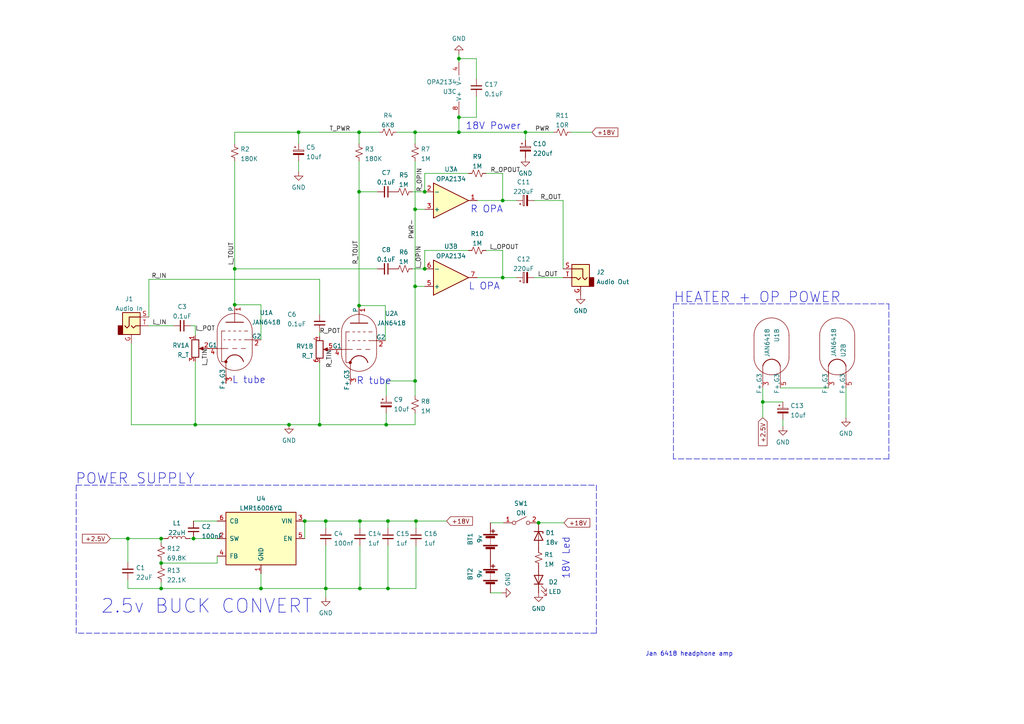
<source format=kicad_sch>
(kicad_sch (version 20211123) (generator eeschema)
  (paper "A4")
  (lib_symbols
    (symbol "Amplifier_Operational:OPA2134" (pin_names (offset 0.127))
      (property "Reference" "U" (at 0 5.08 0))
      (property "Value" "OPA2134" (at 0 -5.08 0))
      (symbol "OPA2134_1_1"
        (polyline (pts (xy -5.08 5.08) (xy 5.08 0) (xy -5.08 -5.08) (xy -5.08 5.08)) (stroke (width 0.254)) (fill (type background)))
        (pin output line (at 7.62 0 180) (length 2.54) (name "~") (number "1"))
        (pin input line (at -7.62 -2.54 0) (length 2.54) (name "-") (number "2"))
        (pin input line (at -7.62 2.54 0) (length 2.54) (name "+") (number "3"))
      )
      (symbol "OPA2134_2_1"
        (polyline (pts (xy -5.08 5.08) (xy 5.08 0) (xy -5.08 -5.08) (xy -5.08 5.08)) (stroke (width 0.254)) (fill (type background)))
        (pin input line (at -7.62 2.54 0) (length 2.54) (name "+") (number "5"))
        (pin input line (at -7.62 -2.54 0) (length 2.54) (name "-") (number "6"))
        (pin output line (at 7.62 0 180) (length 2.54) (name "~") (number "7"))
      )
      (symbol "OPA2134_3_1"
        (pin power_in line (at -2.54 -7.62 90) (length 3.81) (name "V-") (number "4"))
        (pin power_in line (at -2.54 7.62 270) (length 3.81) (name "V+") (number "8"))
      )
    )
    (symbol "Connector:AudioJack2_Ground"
      (property "Reference" "J" (at 0 8.89 0))
      (property "Value" "AudioJack2_Ground" (at 0 6.35 0))
      (symbol "AudioJack2_Ground_0_1"
        (rectangle (start -2.54 -2.54) (end -3.81 0) (stroke (width 0.254)) (fill (type outline)))
        (polyline (pts (xy 0 0) (xy 0.635 -0.635) (xy 1.27 0) (xy 2.54 0)) (stroke (width 0.254)))
        (polyline (pts (xy 2.54 2.54) (xy -0.635 2.54) (xy -0.635 0) (xy -1.27 -0.635) (xy -1.905 0)) (stroke (width 0.254)))
        (rectangle (start 2.54 3.81) (end -2.54 -2.54) (stroke (width 0.254)) (fill (type background)))
      )
      (symbol "AudioJack2_Ground_1_1"
        (pin passive line (at 0 -5.08 90) (length 2.54) (name "~") (number "G"))
        (pin passive line (at 5.08 2.54 180) (length 2.54) (name "~") (number "S"))
        (pin passive line (at 5.08 0 180) (length 2.54) (name "~") (number "T"))
      )
    )
    (symbol "Device:Battery" (pin_numbers hide) (pin_names (offset 0) hide)
      (property "Reference" "BT" (at 2.54 2.54 0))
      (property "Value" "Battery" (at 2.54 0 0))
      (symbol "Battery_0_1"
        (rectangle (start -2.032 -1.397) (end 2.032 -1.651) (fill (type outline)))
        (rectangle (start -2.032 1.778) (end 2.032 1.524) (fill (type outline)))
        (rectangle (start -1.3208 -1.9812) (end 1.27 -2.4892) (fill (type outline)))
        (rectangle (start -1.3208 1.1938) (end 1.27 0.6858) (fill (type outline)))
        (polyline (pts (xy 0 -1.524) (xy 0 -1.27)))
        (polyline (pts (xy 0 -1.016) (xy 0 -0.762)))
        (polyline (pts (xy 0 -0.508) (xy 0 -0.254)))
        (polyline (pts (xy 0 0) (xy 0 0.254)))
        (polyline (pts (xy 0 0.508) (xy 0 0.762)))
        (polyline (pts (xy 0 1.778) (xy 0 2.54)))
        (polyline (pts (xy 0.254 2.667) (xy 1.27 2.667)) (stroke (width 0.254)))
        (polyline (pts (xy 0.762 3.175) (xy 0.762 2.159)) (stroke (width 0.254)))
      )
      (symbol "Battery_1_1"
        (pin passive line (at 0 5.08 270) (length 2.54) (name "+") (number "1"))
        (pin passive line (at 0 -5.08 90) (length 2.54) (name "-") (number "2"))
      )
    )
    (symbol "Device:C_Polarized_Small" (pin_numbers hide) (pin_names (offset 0.254) hide)
      (property "Reference" "C" (at 0.254 1.778 0))
      (property "Value" "C_Polarized_Small" (at 0.254 -2.032 0))
      (symbol "C_Polarized_Small_0_1"
        (rectangle (start -1.524 -0.3048) (end 1.524 -0.6858) (fill (type outline)))
        (rectangle (start -1.524 0.6858) (end 1.524 0.3048))
        (polyline (pts (xy -1.27 1.524) (xy -0.762 1.524)))
        (polyline (pts (xy -1.016 1.27) (xy -1.016 1.778)))
      )
      (symbol "C_Polarized_Small_1_1"
        (pin passive line (at 0 2.54 270) (length 1.8542) (name "~") (number "1"))
        (pin passive line (at 0 -2.54 90) (length 1.8542) (name "~") (number "2"))
      )
    )
    (symbol "Device:C_Small" (pin_numbers hide) (pin_names (offset 0.254) hide)
      (property "Reference" "C" (at 0.254 1.778 0))
      (property "Value" "C_Small" (at 0.254 -2.032 0))
      (symbol "C_Small_0_1"
        (polyline (pts (xy -1.524 -0.508) (xy 1.524 -0.508)) (stroke (width 0.3302)))
        (polyline (pts (xy -1.524 0.508) (xy 1.524 0.508)) (stroke (width 0.3048)))
      )
      (symbol "C_Small_1_1"
        (pin passive line (at 0 2.54 270) (length 2.032) (name "~") (number "1"))
        (pin passive line (at 0 -2.54 90) (length 2.032) (name "~") (number "2"))
      )
    )
    (symbol "Device:D_Zener" (pin_numbers hide) (pin_names (offset 1.016) hide)
      (property "Reference" "D" (at 0 2.54 0))
      (property "Value" "D_Zener" (at 0 -2.54 0))
      (symbol "D_Zener_0_1"
        (polyline (pts (xy 1.27 0) (xy -1.27 0)))
        (polyline (pts (xy -1.27 -1.27) (xy -1.27 1.27) (xy -0.762 1.27)) (stroke (width 0.254)))
        (polyline (pts (xy 1.27 -1.27) (xy 1.27 1.27) (xy -1.27 0) (xy 1.27 -1.27)) (stroke (width 0.254)))
      )
      (symbol "D_Zener_1_1"
        (pin passive line (at -3.81 0 0) (length 2.54) (name "K") (number "1"))
        (pin passive line (at 3.81 0 180) (length 2.54) (name "A") (number "2"))
      )
    )
    (symbol "Device:L" (pin_numbers hide) (pin_names (offset 1.016) hide)
      (property "Reference" "L" (at -1.27 0 90))
      (property "Value" "L" (at 1.905 0 90))
      (symbol "L_0_1"
        (arc (start 0 -2.54) (mid 0.635 -1.905) (end 0 -1.27))
        (arc (start 0 -1.27) (mid 0.635 -0.635) (end 0 0))
        (arc (start 0 0) (mid 0.635 0.635) (end 0 1.27))
        (arc (start 0 1.27) (mid 0.635 1.905) (end 0 2.54))
      )
      (symbol "L_1_1"
        (pin passive line (at 0 3.81 270) (length 1.27) (name "1") (number "1"))
        (pin passive line (at 0 -3.81 90) (length 1.27) (name "2") (number "2"))
      )
    )
    (symbol "Device:LED" (pin_numbers hide) (pin_names (offset 1.016) hide)
      (property "Reference" "D" (at 0 2.54 0))
      (property "Value" "LED" (at 0 -2.54 0))
      (symbol "LED_0_1"
        (polyline (pts (xy -1.27 -1.27) (xy -1.27 1.27)) (stroke (width 0.254)))
        (polyline (pts (xy -1.27 0) (xy 1.27 0)))
        (polyline (pts (xy 1.27 -1.27) (xy 1.27 1.27) (xy -1.27 0) (xy 1.27 -1.27)) (stroke (width 0.254)))
        (polyline (pts (xy -3.048 -0.762) (xy -4.572 -2.286) (xy -3.81 -2.286) (xy -4.572 -2.286) (xy -4.572 -1.524)))
        (polyline (pts (xy -1.778 -0.762) (xy -3.302 -2.286) (xy -2.54 -2.286) (xy -3.302 -2.286) (xy -3.302 -1.524)))
      )
      (symbol "LED_1_1"
        (pin passive line (at -3.81 0 0) (length 2.54) (name "K") (number "1"))
        (pin passive line (at 3.81 0 180) (length 2.54) (name "A") (number "2"))
      )
    )
    (symbol "Device:R_Potentiometer_Dual_Separate" (pin_names (offset 1.016) hide)
      (property "Reference" "RV" (at -4.445 0 90))
      (property "Value" "R_Potentiometer_Dual_Separate" (at -2.54 0 90))
      (symbol "R_Potentiometer_Dual_Separate_0_1"
        (polyline (pts (xy 2.54 0) (xy 1.524 0)))
        (polyline (pts (xy 1.143 0) (xy 2.286 0.508) (xy 2.286 -0.508) (xy 1.143 0)) (fill (type outline)))
        (rectangle (start 1.016 2.54) (end -1.016 -2.54) (stroke (width 0.254)))
      )
      (symbol "R_Potentiometer_Dual_Separate_1_1"
        (pin passive line (at 0 3.81 270) (length 1.27) (name "1") (number "1"))
        (pin passive line (at 3.81 0 180) (length 1.27) (name "2") (number "2"))
        (pin passive line (at 0 -3.81 90) (length 1.27) (name "3") (number "3"))
      )
      (symbol "R_Potentiometer_Dual_Separate_2_1"
        (pin passive line (at 0 3.81 270) (length 1.27) (name "4") (number "4"))
        (pin passive line (at 3.81 0 180) (length 1.27) (name "5") (number "5"))
        (pin passive line (at 0 -3.81 90) (length 1.27) (name "6") (number "6"))
      )
    )
    (symbol "Device:R_Small_US" (pin_numbers hide) (pin_names (offset 0.254) hide)
      (property "Reference" "R" (at 0.762 0.508 0))
      (property "Value" "R_Small_US" (at 0.762 -1.016 0))
      (symbol "R_Small_US_1_1"
        (polyline (pts (xy 0 0) (xy 1.016 -0.381) (xy 0 -0.762) (xy -1.016 -1.143) (xy 0 -1.524)))
        (polyline (pts (xy 0 1.524) (xy 1.016 1.143) (xy 0 0.762) (xy -1.016 0.381) (xy 0 0)))
        (pin passive line (at 0 2.54 270) (length 1.016) (name "~") (number "1"))
        (pin passive line (at 0 -2.54 90) (length 1.016) (name "~") (number "2"))
      )
    )
    (symbol "Regulator_Switching:LMR16006YQ" (pin_names (offset 1.016))
      (property "Reference" "U?" (at 0 11.5865 0))
      (property "Value" "LMR16006YQ" (at 0 8.8114 0))
      (symbol "LMR16006YQ_0_1"
        (rectangle (start -10.16 7.62) (end 10.16 -7.62) (stroke (width 0.254)) (fill (type background)))
      )
      (symbol "LMR16006YQ_1_1"
        (pin power_in line (at 0 -10.16 90) (length 2.54) (name "GND") (number "1"))
        (pin output line (at 12.7 0 180) (length 2.54) (name "SW") (number "2"))
        (pin power_in line (at -12.7 5.08 0) (length 2.54) (name "VIN") (number "3"))
        (pin input line (at 12.7 -5.08 180) (length 2.54) (name "FB") (number "4"))
        (pin input line (at -12.7 0 0) (length 2.54) (name "EN") (number "5"))
        (pin input line (at 12.7 5.08 180) (length 2.54) (name "CB") (number "6"))
      )
    )
    (symbol "Switch:SW_SPST" (pin_names (offset 0) hide)
      (property "Reference" "SW" (at 0 3.175 0))
      (property "Value" "SW_SPST" (at 0 -2.54 0))
      (symbol "SW_SPST_0_0"
        (circle (center -2.032 0) (radius 0.508))
        (polyline (pts (xy -1.524 0.254) (xy 1.524 1.778)))
        (circle (center 2.032 0) (radius 0.508))
      )
      (symbol "SW_SPST_1_1"
        (pin passive line (at -5.08 0 0) (length 2.54) (name "A") (number "1"))
        (pin passive line (at 5.08 0 180) (length 2.54) (name "B") (number "2"))
      )
    )
    (symbol "Valve:JAN6418" (pin_names (offset 0))
      (property "Reference" "U" (at 6.096 10.16 0))
      (property "Value" "JAN6418" (at 8.128 8.382 0))
      (symbol "JAN6418_0_1"
        (arc (start -5.08 -1.27) (mid 0 -6.35) (end 5.08 -1.27))
        (polyline (pts (xy -2.54 -7.62) (xy -2.54 -3.81)))
        (polyline (pts (xy -5.08 5.08) (xy -5.08 -1.27) (xy -5.08 -1.27)))
        (polyline (pts (xy 5.08 -1.27) (xy 5.08 5.08) (xy 5.08 5.08)))
        (arc (start 2.54 -3.81) (mid 0 -1.8268) (end -2.54 -3.81) (stroke (width 0.254)))
        (arc (start 5.08 5.08) (mid 0 10.16) (end -5.08 5.08))
        (pin power_in line (at -2.54 -10.16 90) (length 2.54) (name "F+,G3") (number "3"))
      )
      (symbol "JAN6418_1_0"
        (polyline (pts (xy -5.08 0) (xy -3.175 0)))
        (polyline (pts (xy -0.635 0) (xy 0.635 0)) (stroke (width 0.1524)))
        (polyline (pts (xy 0 7.62) (xy 0 10.16)))
        (polyline (pts (xy 1.905 0) (xy 3.175 0)) (stroke (width 0.1524)))
        (polyline (pts (xy 3.175 2.54) (xy 5.08 2.54)))
      )
      (symbol "JAN6418_1_1"
        (circle (center -2.54 -3.81) (radius 0.3556) (fill (type outline)))
        (polyline (pts (xy -3.81 5.08) (xy -2.794 5.08)) (stroke (width 0.1524)))
        (polyline (pts (xy -3.175 2.54) (xy -2.794 2.54)) (stroke (width 0.1524)))
        (polyline (pts (xy -1.905 0) (xy -3.175 0)) (stroke (width 0.1524)))
        (polyline (pts (xy -1.8542 2.54) (xy -1.2192 2.54)) (stroke (width 0.1524)))
        (polyline (pts (xy -1.8542 5.08) (xy -1.2192 5.08)) (stroke (width 0.1524)))
        (polyline (pts (xy -0.3302 2.54) (xy 0.3302 2.54)) (stroke (width 0.1524)))
        (polyline (pts (xy -0.3302 5.08) (xy 0.3302 5.08)) (stroke (width 0.1524)))
        (polyline (pts (xy 1.2192 2.54) (xy 1.8542 2.54)) (stroke (width 0.1524)))
        (polyline (pts (xy 1.2192 5.08) (xy 1.8542 5.08)) (stroke (width 0.1524)))
        (polyline (pts (xy 2.794 2.54) (xy 3.175 2.54)) (stroke (width 0.1524)))
        (polyline (pts (xy 3.81 5.08) (xy 2.794 5.08)) (stroke (width 0.1524)))
        (polyline (pts (xy -3.81 5.08) (xy -3.81 -3.81) (xy -2.54 -3.81)))
        (polyline (pts (xy -2.54 7.62) (xy 2.54 7.62) (xy 2.54 7.62)) (stroke (width 0.254)))
        (pin output line (at 0 12.7 270) (length 2.54) (name "P") (number "1"))
        (pin input line (at 7.62 2.54 180) (length 2.54) (name "G2") (number "2"))
        (pin input line (at -7.62 0 0) (length 2.54) (name "G1") (number "4"))
      )
      (symbol "JAN6418_2_1"
        (polyline (pts (xy 2.54 -7.62) (xy 2.54 -3.81)))
        (polyline (pts (xy -2.54 -6.858) (xy -2.54 -5.08) (xy -2.54 -5.08)))
        (pin power_in line (at 2.54 -10.16 90) (length 2.54) (name "F+,G3") (number "5"))
      )
    )
    (symbol "power:GND" (power) (pin_names (offset 0))
      (property "Value" "GND" (at 0 -3.81 0))
      (symbol "GND_0_1"
        (polyline (pts (xy 0 0) (xy 0 -1.27) (xy 1.27 -1.27) (xy 0 -2.54) (xy -1.27 -1.27) (xy 0 -1.27)))
      )
      (symbol "GND_1_1"
        (pin power_in line (at 0 0 270) (length 0) hide (name "GND") (number "1"))
      )
    )
  )
  (junction (at 86.614 38.354))
  (junction (at 152.4 38.354))
  (junction (at 83.82 123.19))
  (junction (at 46.736 156.21))
  (junction (at 56.134 156.21))
  (junction (at 94.488 151.13))
  (junction (at 145.796 80.518))
  (junction (at 104.14 55.626))
  (junction (at 92.71 123.19))
  (junction (at 120.396 83.058))
  (junction (at 123.19 77.978))
  (junction (at 112.522 151.13))
  (junction (at 123.19 55.626))
  (junction (at 120.396 60.706))
  (junction (at 133.096 17.018))
  (junction (at 94.488 170.688))
  (junction (at 104.394 170.688))
  (junction (at 46.736 170.688))
  (junction (at 221.234 116.586))
  (junction (at 112.522 170.688))
  (junction (at 104.394 151.13))
  (junction (at 133.096 34.036))
  (junction (at 156.21 151.638))
  (junction (at 56.642 123.19))
  (junction (at 120.396 38.354))
  (junction (at 37.084 156.21))
  (junction (at 133.096 38.354))
  (junction (at 120.396 110.49))
  (junction (at 46.736 163.322))
  (junction (at 68.072 88.392))
  (junction (at 104.14 38.354))
  (junction (at 88.392 151.13))
  (junction (at 112.014 123.19))
  (junction (at 75.692 170.688))
  (junction (at 120.65 151.13))
  (junction (at 68.072 77.978))
  (junction (at 104.14 88.646))
  (junction (at 145.796 58.166))
  (wire (pts (xy 123.19 50.292) (xy 123.19 55.626)))
  (wire (pts (xy 68.072 77.978) (xy 68.072 88.392)))
  (wire (pts (xy 104.394 170.688) (xy 112.522 170.688)))
  (wire (pts (xy 86.614 38.354) (xy 86.614 41.656)))
  (wire (pts (xy 133.096 38.354) (xy 152.4 38.354)))
  (wire (pts (xy 142.24 171.958) (xy 145.542 171.958)))
  (wire (pts (xy 92.71 81.026) (xy 43.18 81.026)))
  (wire (pts (xy 221.234 112.522) (xy 221.234 116.586)))
  (wire (pts (xy 94.488 170.688) (xy 94.488 173.228)))
  (wire (pts (xy 104.394 151.13) (xy 104.394 153.162)))
  (wire (pts (xy 112.522 151.13) (xy 120.65 151.13)))
  (wire (pts (xy 112.014 114.808) (xy 112.014 110.49)))
  (wire (pts (xy 138.176 34.036) (xy 133.096 34.036)))
  (wire (pts (xy 75.692 98.552) (xy 75.692 88.392)))
  (wire (pts (xy 154.94 58.166) (xy 163.322 58.166)))
  (wire (pts (xy 135.89 72.644) (xy 123.19 72.644)))
  (wire (pts (xy 37.084 168.148) (xy 37.084 170.688)))
  (wire (pts (xy 133.096 34.036) (xy 133.096 38.354)))
  (wire (pts (xy 226.314 112.522) (xy 240.284 112.522)))
  (wire (pts (xy 145.796 72.644) (xy 145.796 80.518)))
  (wire (pts (xy 92.71 123.19) (xy 112.014 123.19)))
  (wire (pts (xy 111.76 98.806) (xy 111.76 88.646)))
  (wire (pts (xy 145.796 80.518) (xy 138.43 80.518)))
  (wire (pts (xy 138.176 22.86) (xy 138.176 17.018)))
  (wire (pts (xy 119.634 55.626) (xy 123.19 55.626)))
  (wire (pts (xy 86.614 46.736) (xy 86.614 49.784)))
  (wire (pts (xy 138.176 27.94) (xy 138.176 34.036)))
  (wire (pts (xy 38.1 99.568) (xy 38.1 123.19)))
  (wire (pts (xy 46.736 163.322) (xy 46.736 163.83)))
  (wire (pts (xy 56.642 104.902) (xy 56.642 123.19)))
  (wire (pts (xy 221.234 116.586) (xy 227.076 116.586)))
  (wire (pts (xy 68.072 77.978) (xy 109.474 77.978)))
  (wire (pts (xy 46.736 170.688) (xy 75.692 170.688)))
  (wire (pts (xy 56.134 156.21) (xy 62.992 156.21)))
  (wire (pts (xy 120.65 158.242) (xy 120.65 170.688)))
  (wire (pts (xy 135.89 50.292) (xy 123.19 50.292)))
  (wire (pts (xy 68.072 38.354) (xy 86.614 38.354)))
  (wire (pts (xy 120.396 83.058) (xy 120.396 110.49)))
  (wire (pts (xy 123.19 60.706) (xy 120.396 60.706)))
  (wire (pts (xy 37.084 156.21) (xy 46.736 156.21)))
  (wire (pts (xy 88.392 151.13) (xy 94.488 151.13)))
  (polyline (pts (xy 257.81 88.138) (xy 257.81 133.096)))
  (wire (pts (xy 104.14 38.354) (xy 109.982 38.354)))
  (wire (pts (xy 37.084 170.688) (xy 46.736 170.688)))
  (wire (pts (xy 56.642 123.19) (xy 83.82 123.19)))
  (wire (pts (xy 37.084 156.21) (xy 37.084 163.068)))
  (wire (pts (xy 56.134 151.13) (xy 62.992 151.13)))
  (wire (pts (xy 46.736 168.91) (xy 46.736 170.688)))
  (wire (pts (xy 133.096 17.018) (xy 133.096 18.034)))
  (wire (pts (xy 104.394 158.242) (xy 104.394 170.688)))
  (polyline (pts (xy 195.326 88.138) (xy 257.81 88.138)))
  (wire (pts (xy 68.072 46.736) (xy 68.072 77.978)))
  (wire (pts (xy 120.65 170.688) (xy 112.522 170.688)))
  (wire (pts (xy 104.394 151.13) (xy 112.522 151.13)))
  (wire (pts (xy 55.372 94.488) (xy 56.642 94.488)))
  (wire (pts (xy 32.004 156.21) (xy 37.084 156.21)))
  (wire (pts (xy 46.736 156.21) (xy 47.498 156.21)))
  (wire (pts (xy 112.522 151.13) (xy 112.522 153.162)))
  (polyline (pts (xy 172.974 183.642) (xy 22.098 183.642)))
  (wire (pts (xy 171.704 38.354) (xy 165.608 38.354)))
  (wire (pts (xy 86.614 38.354) (xy 104.14 38.354)))
  (wire (pts (xy 120.396 38.354) (xy 120.396 41.656)))
  (wire (pts (xy 75.692 88.392) (xy 68.072 88.392)))
  (wire (pts (xy 120.396 38.354) (xy 133.096 38.354)))
  (wire (pts (xy 94.488 151.13) (xy 94.488 153.162)))
  (polyline (pts (xy 22.098 183.642) (xy 22.098 140.716)))
  (wire (pts (xy 62.992 163.322) (xy 46.736 163.322)))
  (wire (pts (xy 109.474 55.626) (xy 104.14 55.626)))
  (wire (pts (xy 43.18 81.026) (xy 43.18 91.948)))
  (wire (pts (xy 145.796 80.518) (xy 149.86 80.518)))
  (wire (pts (xy 138.176 17.018) (xy 133.096 17.018)))
  (wire (pts (xy 120.396 60.706) (xy 120.396 83.058)))
  (wire (pts (xy 120.396 110.49) (xy 120.396 114.808)))
  (wire (pts (xy 120.396 46.736) (xy 120.396 60.706)))
  (wire (pts (xy 146.05 151.638) (xy 142.24 151.638)))
  (wire (pts (xy 46.736 156.21) (xy 46.736 157.48)))
  (wire (pts (xy 123.19 72.644) (xy 123.19 77.978)))
  (wire (pts (xy 55.118 156.21) (xy 56.134 156.21)))
  (wire (pts (xy 154.94 80.518) (xy 163.322 80.518)))
  (wire (pts (xy 92.71 96.266) (xy 92.71 97.536)))
  (wire (pts (xy 112.014 119.888) (xy 112.014 123.19)))
  (wire (pts (xy 46.736 162.56) (xy 46.736 163.322)))
  (wire (pts (xy 112.014 110.49) (xy 120.396 110.49)))
  (wire (pts (xy 152.4 38.354) (xy 160.528 38.354)))
  (wire (pts (xy 140.97 72.644) (xy 145.796 72.644)))
  (wire (pts (xy 133.096 33.274) (xy 133.096 34.036)))
  (wire (pts (xy 145.796 58.166) (xy 138.43 58.166)))
  (wire (pts (xy 120.65 151.13) (xy 129.54 151.13)))
  (wire (pts (xy 221.234 116.586) (xy 221.234 121.158)))
  (wire (pts (xy 111.76 88.646) (xy 104.14 88.646)))
  (wire (pts (xy 94.488 151.13) (xy 104.394 151.13)))
  (wire (pts (xy 75.692 170.688) (xy 94.488 170.688)))
  (polyline (pts (xy 195.326 133.096) (xy 195.326 88.138)))
  (wire (pts (xy 152.4 40.64) (xy 152.4 38.354)))
  (wire (pts (xy 104.14 46.736) (xy 104.14 55.626)))
  (wire (pts (xy 75.692 166.37) (xy 75.692 170.688)))
  (wire (pts (xy 115.062 38.354) (xy 120.396 38.354)))
  (wire (pts (xy 94.488 170.688) (xy 104.394 170.688)))
  (wire (pts (xy 43.18 94.488) (xy 50.292 94.488)))
  (wire (pts (xy 92.71 105.156) (xy 92.71 123.19)))
  (wire (pts (xy 68.072 41.656) (xy 68.072 38.354)))
  (wire (pts (xy 245.364 112.522) (xy 245.364 121.158)))
  (wire (pts (xy 88.392 151.13) (xy 88.392 156.21)))
  (wire (pts (xy 83.82 123.19) (xy 92.71 123.19)))
  (wire (pts (xy 140.97 50.292) (xy 145.796 50.292)))
  (wire (pts (xy 120.65 151.13) (xy 120.65 153.162)))
  (wire (pts (xy 119.634 77.978) (xy 123.19 77.978)))
  (wire (pts (xy 92.71 81.026) (xy 92.71 91.186)))
  (wire (pts (xy 104.14 55.626) (xy 104.14 88.646)))
  (wire (pts (xy 163.322 58.166) (xy 163.322 77.978)))
  (polyline (pts (xy 172.974 140.716) (xy 172.974 183.642)))
  (wire (pts (xy 38.1 123.19) (xy 56.642 123.19)))
  (wire (pts (xy 94.488 158.242) (xy 94.488 170.688)))
  (polyline (pts (xy 257.81 133.096) (xy 195.326 133.096)))
  (wire (pts (xy 112.014 123.19) (xy 120.396 123.19)))
  (wire (pts (xy 120.396 119.888) (xy 120.396 123.19)))
  (wire (pts (xy 133.096 15.748) (xy 133.096 17.018)))
  (wire (pts (xy 56.642 94.488) (xy 56.642 97.282)))
  (wire (pts (xy 227.076 121.666) (xy 227.076 123.698)))
  (polyline (pts (xy 22.098 140.716) (xy 172.974 140.716)))
  (wire (pts (xy 123.19 83.058) (xy 120.396 83.058)))
  (wire (pts (xy 62.992 161.29) (xy 62.992 163.322)))
  (wire (pts (xy 112.522 158.242) (xy 112.522 170.688)))
  (wire (pts (xy 145.796 58.166) (xy 149.86 58.166)))
  (wire (pts (xy 104.14 38.354) (xy 104.14 41.656)))
  (wire (pts (xy 145.796 50.292) (xy 145.796 58.166)))
  (wire (pts (xy 156.21 151.638) (xy 163.576 151.638)))
  (text "18V Led" (at 165.354 168.148 90) (effects (font (size 2 2)) (justify left bottom)))
  (text "POWER SUPPLY" (at 21.844 140.716 0) (effects (font (size 3 3)) (justify left bottom)))
  (text "L tube\n" (at 67.31 111.506 0) (effects (font (size 2 2)) (justify left bottom)))
  (text "R OPA" (at 136.398 61.976 0) (effects (font (size 2 2)) (justify left bottom)))
  (text "2.5v BUCK CONVERT\n" (at 29.21 178.308 0) (effects (font (size 4 4)) (justify left bottom)))
  (text "R tube\n" (at 103.378 111.76 0) (effects (font (size 2 2)) (justify left bottom)))
  (text "Jan 6418 headphone amp\n" (at 187.198 190.5 0) (effects (font (size 1.27 1.27)) (justify left bottom)))
  (text "L OPA" (at 135.89 84.328 0) (effects (font (size 2 2)) (justify left bottom)))
  (text "HEATER + OP POWER" (at 195.326 88.138 0) (effects (font (size 3 3)) (justify left bottom)))
  (text "18V Power" (at 151.13 37.846 180) (effects (font (size 2 2)) (justify right bottom)))
  (label "T_PWR" (at 95.504 38.354 0))
  (label "L_OPIN" (at 122.428 77.978 90))
  (label "R_POT" (at 92.71 97.028 0))
  (label "R_IN" (at 43.942 81.026 0))
  (label "R_TOUT" (at 104.14 76.708 90))
  (label "L_OUT" (at 155.956 80.518 0))
  (label "R_OPOUT" (at 142.24 50.292 0))
  (label "PWR" (at 155.194 38.354 0))
  (label "L_TIN" (at 60.452 101.092 270))
  (label "R_OUT" (at 156.718 58.166 0))
  (label "PWR-" (at 120.396 69.342 90))
  (label "L_POT" (at 56.642 96.266 0))
  (label "L_IN" (at 44.196 94.488 0))
  (label "L_TOUT" (at 68.072 76.962 90))
  (label "R_OPIN" (at 122.682 55.626 90))
  (label "L_OPOUT" (at 141.986 72.644 0))
  (label "R_TIN" (at 96.52 101.346 270))
  (global_label "+18V" (shape input) (at 163.576 151.638 0) (property "Intersheet References" "${INTERSHEET_REFS}" (effects hide)))
  (global_label "+2.5V" (shape input) (at 221.234 121.158 270) (property "Intersheet References" "${INTERSHEET_REFS}" (effects hide)))
  (global_label "+18V" (shape input) (at 171.704 38.354 0) (property "Intersheet References" "${INTERSHEET_REFS}" (effects hide)))
  (global_label "+18V" (shape input) (at 129.54 151.13 0) (property "Intersheet References" "${INTERSHEET_REFS}" (effects hide)))
  (global_label "+2.5V" (shape input) (at 32.004 156.21 180) (property "Intersheet References" "${INTERSHEET_REFS}" (effects hide)))
  (symbol (lib_id "power:GND") (at 86.614 49.784 0) (unit 1)
    (property "Reference" "#PWR0105" (effects hide))
    (property "Value" "GND" (at 86.614 54.3465 0))
  )
  (symbol (lib_id "Device:R_Small_US") (at 112.522 38.354 270) (unit 1)
    (property "Reference" "R4" (at 112.522 33.4985 90))
    (property "Value" "6K8" (at 112.522 36.2736 90))
    (property "Footprint" "Resistor_SMD:R_1206_3216Metric_Pad1.30x1.75mm_HandSolder" (effects hide))
  )
  (symbol (lib_id "Device:C_Small") (at 112.014 77.978 270) (unit 1)
    (property "Reference" "C8" (at 112.0076 72.4494 90))
    (property "Value" "0.1uF" (at 112.0076 75.2245 90))
    (property "Footprint" "Capacitor_THT:C_Rect_L7.2mm_W7.2mm_P5.00mm_FKS2_FKP2_MKS2_MKP2" (effects hide))
  )
  (symbol (lib_id "power:GND") (at 145.542 171.958 90) (unit 1)
    (property "Reference" "#PWR0110" (effects hide))
    (property "Value" "GND" (at 147.291 170.053 0) (effects (justify left)))
  )
  (symbol (lib_id "power:GND") (at 227.076 123.698 0) (unit 1)
    (property "Reference" "#PWR0104" (effects hide))
    (property "Value" "GND" (at 227.076 128.2605 0))
  )
  (symbol (lib_id "Amplifier_Operational:OPA2134") (at 130.81 58.166 0) (mirror x) (unit 1)
    (property "Reference" "U3" (at 130.81 49.1195 0))
    (property "Value" "OPA2134" (at 130.81 51.8946 0))
    (property "Footprint" "Package_DIP:DIP-8_W7.62mm" (effects hide))
    (property "Datasheet" "http://www.ti.com/lit/ds/symlink/opa134.pdf" (effects hide))
  )
  (symbol (lib_id "Device:C_Small") (at 52.832 94.488 270) (unit 1)
    (property "Reference" "C3" (at 52.8256 88.9594 90))
    (property "Value" "0.1uF" (at 52.8256 91.7345 90))
    (property "Footprint" "Capacitor_THT:C_Rect_L7.2mm_W7.2mm_P5.00mm_FKS2_FKP2_MKS2_MKP2" (effects hide))
  )
  (symbol (lib_id "Connector:AudioJack2_Ground") (at 38.1 94.488 0) (unit 1)
    (property "Reference" "J1" (at 37.465 86.7115 0))
    (property "Value" "Audio In" (at 37.465 89.4866 0))
    (property "Footprint" "Custom Library:ACJSMHD985" (effects hide))
  )
  (symbol (lib_id "Device:R_Small_US") (at 163.068 38.354 270) (unit 1)
    (property "Reference" "R11" (at 163.068 33.4985 90))
    (property "Value" "10R" (at 163.068 36.2736 90))
    (property "Footprint" "Resistor_SMD:R_1206_3216Metric_Pad1.30x1.75mm_HandSolder" (effects hide))
  )
  (symbol (lib_id "Device:R_Potentiometer_Dual_Separate") (at 56.642 101.092 0) (unit 1)
    (property "Reference" "RV1" (at 54.864 100.1835 0) (effects (justify right)))
    (property "Value" "R_T" (at 54.864 102.9586 0) (effects (justify right)))
    (property "Footprint" "Potentiometer_THT:Potentiometer_Alps_RK097_Dual_Horizontal" (effects hide))
  )
  (symbol (lib_id "Device:C_Small") (at 138.176 25.4 0) (unit 1)
    (property "Reference" "C17" (at 140.5001 24.4978 0) (effects (justify left)))
    (property "Value" "0.1uF" (at 140.5001 27.2729 0) (effects (justify left)))
    (property "Footprint" "Capacitor_THT:C_Rect_L7.2mm_W3.5mm_P5.00mm_FKS2_FKP2_MKS2_MKP2" (effects hide))
  )
  (symbol (lib_id "Device:R_Small_US") (at 68.072 44.196 180) (unit 1)
    (property "Reference" "R2" (at 69.723 43.2875 0) (effects (justify right)))
    (property "Value" "180K" (at 69.723 46.0626 0) (effects (justify right)))
    (property "Footprint" "Resistor_SMD:R_1206_3216Metric_Pad1.30x1.75mm_HandSolder" (effects hide))
  )
  (symbol (lib_id "Device:R_Small_US") (at 138.43 72.644 90) (unit 1)
    (property "Reference" "R10" (at 138.43 67.7885 90))
    (property "Value" "1M" (at 138.43 70.5636 90))
    (property "Footprint" "Resistor_SMD:R_1206_3216Metric_Pad1.30x1.75mm_HandSolder" (effects hide))
  )
  (symbol (lib_id "Device:L") (at 51.308 156.21 90) (unit 1)
    (property "Reference" "L1" (at 51.308 151.7355 90))
    (property "Value" "22uH" (at 51.308 154.5106 90))
    (property "Footprint" "Inductor_SMD:L_Bourns_SDR1806" (effects hide))
  )
  (symbol (lib_id "Device:C_Small") (at 94.488 155.702 0) (unit 1)
    (property "Reference" "C4" (at 96.8121 154.7998 0) (effects (justify left)))
    (property "Value" "100nf" (at 96.8121 157.5749 0) (effects (justify left)))
    (property "Footprint" "Capacitor_SMD:C_0603_1608Metric_Pad1.08x0.95mm_HandSolder" (effects hide))
  )
  (symbol (lib_id "Valve:JAN6418") (at 68.072 101.092 0) (unit 1)
    (property "Reference" "U1" (at 77.216 90.6969 0))
    (property "Value" "JAN6418" (at 77.216 93.472 0))
    (property "Footprint" "Valve:Valve_Mini_Pentode_Linear" (effects hide))
    (property "Datasheet" "https://frank.pocnet.net/sheets/127/6/6418.pdf" (effects hide))
  )
  (symbol (lib_id "Device:C_Polarized_Small") (at 227.076 119.126 0) (unit 1)
    (property "Reference" "C13" (at 229.235 117.6714 0) (effects (justify left)))
    (property "Value" "10uf" (at 229.235 120.4465 0) (effects (justify left)))
    (property "Footprint" "Capacitor_THT:CP_Radial_D5.0mm_P2.50mm" (effects hide))
  )
  (symbol (lib_id "Valve:JAN6418") (at 223.774 102.362 0) (unit 2)
    (property "Reference" "U1" (at 225.298 95.25 90) (effects (justify right)))
    (property "Value" "JAN6418" (at 222.5229 95.25 90) (effects (justify right)))
    (property "Footprint" "Valve:Valve_Mini_Pentode_Linear" (effects hide))
    (property "Datasheet" "https://frank.pocnet.net/sheets/127/6/6418.pdf" (effects hide))
  )
  (symbol (lib_id "Device:R_Small_US") (at 117.094 55.626 90) (unit 1)
    (property "Reference" "R5" (at 117.094 50.7705 90))
    (property "Value" "1M" (at 117.094 53.5456 90))
    (property "Footprint" "Resistor_SMD:R_1206_3216Metric_Pad1.30x1.75mm_HandSolder" (effects hide))
  )
  (symbol (lib_id "Device:C_Polarized_Small") (at 152.4 58.166 90) (unit 1)
    (property "Reference" "C11" (at 151.8539 52.8025 90))
    (property "Value" "220uF" (at 151.8539 55.5776 90))
    (property "Footprint" "Capacitor_THT:CP_Radial_D10.0mm_P5.00mm_P7.50mm" (effects hide))
  )
  (symbol (lib_id "Switch:SW_SPST") (at 151.13 151.638 0) (unit 1)
    (property "Reference" "SW1" (at 151.13 146.0205 0))
    (property "Value" "ON" (at 151.13 148.7956 0))
    (property "Footprint" "Connector_JST:JST_EH_B2B-EH-A_1x02_P2.50mm_Vertical" (effects hide))
  )
  (symbol (lib_id "Device:C_Polarized_Small") (at 152.4 80.518 90) (unit 1)
    (property "Reference" "C12" (at 151.8539 75.1545 90))
    (property "Value" "220uF" (at 151.8539 77.9296 90))
    (property "Footprint" "Capacitor_THT:CP_Radial_D10.0mm_P5.00mm_P7.50mm" (effects hide))
  )
  (symbol (lib_id "Device:C_Polarized_Small") (at 152.4 43.18 0) (unit 1)
    (property "Reference" "C10" (at 154.559 41.7254 0) (effects (justify left)))
    (property "Value" "220uf" (at 154.559 44.5005 0) (effects (justify left)))
    (property "Footprint" "Capacitor_THT:CP_Radial_D10.0mm_P5.00mm_P7.50mm" (effects hide))
  )
  (symbol (lib_id "Device:C_Polarized_Small") (at 112.014 117.348 0) (unit 1)
    (property "Reference" "C9" (at 114.173 115.8934 0) (effects (justify left)))
    (property "Value" "10uf" (at 114.173 118.6685 0) (effects (justify left)))
    (property "Footprint" "Capacitor_THT:CP_Radial_D5.0mm_P2.50mm" (effects hide))
  )
  (symbol (lib_id "Device:C_Small") (at 37.084 165.608 180) (unit 1)
    (property "Reference" "C1" (at 39.4081 164.6931 0) (effects (justify right)))
    (property "Value" "22uF" (at 39.4081 167.4682 0) (effects (justify right)))
    (property "Footprint" "Capacitor_SMD:C_0603_1608Metric_Pad1.08x0.95mm_HandSolder" (effects hide))
  )
  (symbol (lib_id "Device:Battery") (at 142.24 166.878 0) (unit 1)
    (property "Reference" "BT2" (at 136.3685 166.497 90))
    (property "Value" "9v" (at 139.1436 166.497 90))
    (property "Footprint" "Battery:BatteryHolder_Eagle_12BH611-GR" (effects hide))
  )
  (symbol (lib_id "power:GND") (at 133.096 15.748 180) (unit 1)
    (property "Reference" "#PWR0109" (effects hide))
    (property "Value" "GND" (at 133.096 11.1855 0))
  )
  (symbol (lib_id "Device:C_Small") (at 120.65 155.702 0) (unit 1)
    (property "Reference" "C16" (at 122.9741 154.7998 0) (effects (justify left)))
    (property "Value" "1uf" (at 122.9741 157.5749 0) (effects (justify left)))
    (property "Footprint" "Capacitor_SMD:C_0603_1608Metric_Pad1.08x0.95mm_HandSolder" (effects hide))
  )
  (symbol (lib_id "power:GND") (at 83.82 123.19 0) (unit 1)
    (property "Reference" "#PWR0106" (effects hide))
    (property "Value" "GND" (at 83.82 127.7525 0))
  )
  (symbol (lib_id "power:GND") (at 156.21 171.958 0) (unit 1)
    (property "Reference" "#PWR0103" (effects hide))
    (property "Value" "GND" (at 156.21 176.5205 0))
  )
  (symbol (lib_id "Amplifier_Operational:OPA2134") (at 130.556 25.654 180) (unit 3)
    (property "Reference" "U3" (at 132.461 26.5625 0) (effects (justify left)))
    (property "Value" "OPA2134" (at 132.461 23.7874 0) (effects (justify left)))
    (property "Footprint" "Package_DIP:DIP-8_W7.62mm" (effects hide))
    (property "Datasheet" "http://www.ti.com/lit/ds/symlink/opa134.pdf" (effects hide))
  )
  (symbol (lib_id "Connector:AudioJack2_Ground") (at 168.402 80.518 0) (mirror y) (unit 1)
    (property "Reference" "J2" (at 172.974 78.9745 0) (effects (justify right)))
    (property "Value" "Audio Out" (at 172.974 81.7496 0) (effects (justify right)))
    (property "Footprint" "Custom Library:ACJSMHD985" (effects hide))
  )
  (symbol (lib_id "Device:R_Small_US") (at 46.736 160.02 0) (unit 1)
    (property "Reference" "R12" (at 48.387 159.1115 0) (effects (justify left)))
    (property "Value" "69.8K" (at 48.387 161.8866 0) (effects (justify left)))
    (property "Footprint" "Resistor_SMD:R_0402_1005Metric_Pad0.72x0.64mm_HandSolder" (effects hide))
  )
  (symbol (lib_id "Device:Battery") (at 142.24 156.718 0) (unit 1)
    (property "Reference" "BT1" (at 136.3685 156.337 90))
    (property "Value" "9v" (at 139.1436 156.337 90))
    (property "Footprint" "Battery:BatteryHolder_Eagle_12BH611-GR" (effects hide))
  )
  (symbol (lib_id "Device:C_Polarized_Small") (at 86.614 44.196 0) (unit 1)
    (property "Reference" "C5" (at 88.773 42.7414 0) (effects (justify left)))
    (property "Value" "10uf" (at 88.773 45.5165 0) (effects (justify left)))
    (property "Footprint" "Capacitor_THT:CP_Radial_D5.0mm_P2.50mm" (effects hide))
  )
  (symbol (lib_id "Device:C_Small") (at 92.71 93.726 180) (unit 1)
    (property "Reference" "C6" (at 83.312 91.2049 0) (effects (justify right)))
    (property "Value" "0.1uF" (at 83.312 93.98 0) (effects (justify right)))
    (property "Footprint" "Capacitor_THT:C_Rect_L7.2mm_W7.2mm_P5.00mm_FKS2_FKP2_MKS2_MKP2" (effects hide))
  )
  (symbol (lib_id "power:GND") (at 152.4 45.72 0) (unit 1)
    (property "Reference" "#PWR0107" (effects hide))
    (property "Value" "GND" (at 152.4 50.2825 0))
  )
  (symbol (lib_id "Device:R_Small_US") (at 117.094 77.978 90) (unit 1)
    (property "Reference" "R6" (at 117.094 73.1225 90))
    (property "Value" "1M" (at 117.094 75.8976 90))
    (property "Footprint" "Resistor_SMD:R_1206_3216Metric_Pad1.30x1.75mm_HandSolder" (effects hide))
  )
  (symbol (lib_id "Device:C_Small") (at 112.014 55.626 270) (unit 1)
    (property "Reference" "C7" (at 112.0076 50.0974 90))
    (property "Value" "0.1uF" (at 112.0076 52.8725 90))
    (property "Footprint" "Capacitor_THT:C_Rect_L7.2mm_W7.2mm_P5.00mm_FKS2_FKP2_MKS2_MKP2" (effects hide))
  )
  (symbol (lib_id "Device:R_Small_US") (at 156.21 161.798 180) (unit 1)
    (property "Reference" "R1" (at 157.861 160.8895 0) (effects (justify right)))
    (property "Value" "1M" (at 157.861 163.6646 0) (effects (justify right)))
    (property "Footprint" "Resistor_SMD:R_1206_3216Metric_Pad1.30x1.75mm_HandSolder" (effects hide))
  )
  (symbol (lib_id "Device:R_Small_US") (at 104.14 44.196 180) (unit 1)
    (property "Reference" "R3" (at 105.791 43.2875 0) (effects (justify right)))
    (property "Value" "180K" (at 105.791 46.0626 0) (effects (justify right)))
    (property "Footprint" "Resistor_SMD:R_1206_3216Metric_Pad1.30x1.75mm_HandSolder" (effects hide))
  )
  (symbol (lib_id "Device:C_Small") (at 104.394 155.702 0) (unit 1)
    (property "Reference" "C14" (at 106.7181 154.7998 0) (effects (justify left)))
    (property "Value" "1uf" (at 106.7181 157.5749 0) (effects (justify left)))
    (property "Footprint" "Capacitor_SMD:C_0603_1608Metric_Pad1.08x0.95mm_HandSolder" (effects hide))
  )
  (symbol (lib_id "Valve:JAN6418") (at 242.824 102.362 0) (unit 2)
    (property "Reference" "U2" (at 244.602 103.632 90) (effects (justify left)))
    (property "Value" "JAN6418" (at 241.8269 103.632 90) (effects (justify left)))
    (property "Footprint" "Valve:Valve_Mini_Pentode_Linear" (effects hide))
    (property "Datasheet" "https://frank.pocnet.net/sheets/127/6/6418.pdf" (effects hide))
  )
  (symbol (lib_id "Device:R_Small_US") (at 120.396 117.348 0) (unit 1)
    (property "Reference" "R8" (at 122.047 116.4395 0) (effects (justify left)))
    (property "Value" "1M" (at 122.047 119.2146 0) (effects (justify left)))
    (property "Footprint" "Resistor_SMD:R_1206_3216Metric_Pad1.30x1.75mm_HandSolder" (effects hide))
  )
  (symbol (lib_id "Device:D_Zener") (at 156.21 155.448 270) (unit 1)
    (property "Reference" "D1" (at 158.242 154.5395 90) (effects (justify left)))
    (property "Value" "18v" (at 158.242 157.3146 90) (effects (justify left)))
    (property "Footprint" "Diode_SMD:D_1206_3216Metric_Pad1.42x1.75mm_HandSolder" (effects hide))
  )
  (symbol (lib_id "Valve:JAN6418") (at 104.14 101.346 0) (unit 1)
    (property "Reference" "U2" (at 113.538 90.932 0))
    (property "Value" "JAN6418" (at 113.538 93.7071 0))
    (property "Footprint" "Valve:Valve_Mini_Pentode_Linear" (effects hide))
    (property "Datasheet" "https://frank.pocnet.net/sheets/127/6/6418.pdf" (effects hide))
  )
  (symbol (lib_id "power:GND") (at 168.402 85.598 0) (unit 1)
    (property "Reference" "#PWR0102" (effects hide))
    (property "Value" "GND" (at 168.402 90.1605 0))
  )
  (symbol (lib_id "Regulator_Switching:LMR16006YQ") (at 75.692 156.21 0) (mirror y) (unit 1)
    (property "Reference" "U4" (at 75.692 144.6235 0))
    (property "Value" "LMR16006YQ" (at 75.692 147.3986 0))
    (property "Footprint" "Package_TO_SOT_SMD:SOT-23-6" (effects hide))
    (property "Datasheet" "http://www.ti.com/lit/ds/symlink/lmr16006y-q1.pdf" (effects hide))
  )
  (symbol (lib_id "Device:C_Small") (at 112.522 155.702 0) (unit 1)
    (property "Reference" "C15" (at 114.8461 154.7998 0) (effects (justify left)))
    (property "Value" "1uf" (at 114.8461 157.5749 0) (effects (justify left)))
    (property "Footprint" "Capacitor_SMD:C_0603_1608Metric_Pad1.08x0.95mm_HandSolder" (effects hide))
  )
  (symbol (lib_id "Device:C_Small") (at 56.134 153.67 180) (unit 1)
    (property "Reference" "C2" (at 58.4581 152.7551 0) (effects (justify right)))
    (property "Value" "100nF" (at 58.4581 155.5302 0) (effects (justify right)))
    (property "Footprint" "Capacitor_SMD:C_0402_1005Metric_Pad0.74x0.62mm_HandSolder" (effects hide))
  )
  (symbol (lib_id "power:GND") (at 245.364 121.158 0) (unit 1)
    (property "Reference" "#PWR0108" (effects hide))
    (property "Value" "GND" (at 245.364 125.7205 0))
  )
  (symbol (lib_id "Device:R_Potentiometer_Dual_Separate") (at 92.71 101.346 0) (unit 2)
    (property "Reference" "RV1" (at 90.9321 100.4375 0) (effects (justify right)))
    (property "Value" "R_T" (at 90.9321 103.2126 0) (effects (justify right)))
    (property "Footprint" "Potentiometer_THT:Potentiometer_Alps_RK097_Dual_Horizontal" (effects hide))
  )
  (symbol (lib_id "Device:LED") (at 156.21 168.148 90) (unit 1)
    (property "Reference" "D2" (at 159.131 168.827 90) (effects (justify right)))
    (property "Value" "LED" (at 159.131 171.6021 90) (effects (justify right)))
    (property "Footprint" "LED_SMD:LED_1206_3216Metric_Pad1.42x1.75mm_HandSolder" (effects hide))
  )
  (symbol (lib_id "Device:R_Small_US") (at 138.43 50.292 90) (unit 1)
    (property "Reference" "R9" (at 138.43 45.4365 90))
    (property "Value" "1M" (at 138.43 48.2116 90))
    (property "Footprint" "Resistor_SMD:R_1206_3216Metric_Pad1.30x1.75mm_HandSolder" (effects hide))
  )
  (symbol (lib_id "Amplifier_Operational:OPA2134") (at 130.81 80.518 0) (mirror x) (unit 2)
    (property "Reference" "U3" (at 130.81 71.4715 0))
    (property "Value" "OPA2134" (at 130.81 74.2466 0))
    (property "Footprint" "Package_DIP:DIP-8_W7.62mm" (effects hide))
    (property "Datasheet" "http://www.ti.com/lit/ds/symlink/opa134.pdf" (effects hide))
  )
  (symbol (lib_id "Device:R_Small_US") (at 120.396 44.196 180) (unit 1)
    (property "Reference" "R7" (at 122.047 43.2875 0) (effects (justify right)))
    (property "Value" "1M" (at 122.047 46.0626 0) (effects (justify right)))
    (property "Footprint" "Resistor_SMD:R_1206_3216Metric_Pad1.30x1.75mm_HandSolder" (effects hide))
  )
  (symbol (lib_id "power:GND") (at 94.488 173.228 0) (unit 1)
    (property "Reference" "#PWR0101" (effects hide))
    (property "Value" "GND" (at 94.488 177.7905 0))
  )
  (symbol (lib_id "Device:R_Small_US") (at 46.736 166.37 0) (unit 1)
    (property "Reference" "R13" (at 48.387 165.4615 0) (effects (justify left)))
    (property "Value" "22.1K" (at 48.387 168.2366 0) (effects (justify left)))
    (property "Footprint" "Resistor_SMD:R_0402_1005Metric_Pad0.72x0.64mm_HandSolder" (effects hide))
  )
)
</source>
